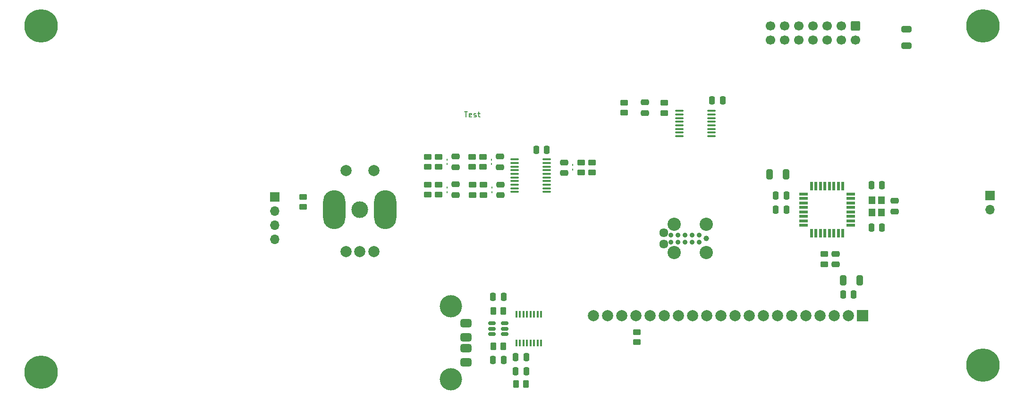
<source format=gbr>
%TF.GenerationSoftware,KiCad,Pcbnew,(6.0.7-1)-1*%
%TF.CreationDate,2022-12-08T22:36:41-08:00*%
%TF.ProjectId,Control,436f6e74-726f-46c2-9e6b-696361645f70,1.1*%
%TF.SameCoordinates,Original*%
%TF.FileFunction,Soldermask,Top*%
%TF.FilePolarity,Negative*%
%FSLAX46Y46*%
G04 Gerber Fmt 4.6, Leading zero omitted, Abs format (unit mm)*
G04 Created by KiCad (PCBNEW (6.0.7-1)-1) date 2022-12-08 22:36:41*
%MOMM*%
%LPD*%
G01*
G04 APERTURE LIST*
G04 Aperture macros list*
%AMRoundRect*
0 Rectangle with rounded corners*
0 $1 Rounding radius*
0 $2 $3 $4 $5 $6 $7 $8 $9 X,Y pos of 4 corners*
0 Add a 4 corners polygon primitive as box body*
4,1,4,$2,$3,$4,$5,$6,$7,$8,$9,$2,$3,0*
0 Add four circle primitives for the rounded corners*
1,1,$1+$1,$2,$3*
1,1,$1+$1,$4,$5*
1,1,$1+$1,$6,$7*
1,1,$1+$1,$8,$9*
0 Add four rect primitives between the rounded corners*
20,1,$1+$1,$2,$3,$4,$5,0*
20,1,$1+$1,$4,$5,$6,$7,0*
20,1,$1+$1,$6,$7,$8,$9,0*
20,1,$1+$1,$8,$9,$2,$3,0*%
G04 Aperture macros list end*
%ADD10C,0.150000*%
%ADD11RoundRect,0.250000X0.250000X0.475000X-0.250000X0.475000X-0.250000X-0.475000X0.250000X-0.475000X0*%
%ADD12RoundRect,0.250000X0.475000X-0.250000X0.475000X0.250000X-0.475000X0.250000X-0.475000X-0.250000X0*%
%ADD13RoundRect,0.250000X-0.250000X-0.475000X0.250000X-0.475000X0.250000X0.475000X-0.250000X0.475000X0*%
%ADD14RoundRect,0.250000X-0.325000X-0.650000X0.325000X-0.650000X0.325000X0.650000X-0.325000X0.650000X0*%
%ADD15RoundRect,0.250000X0.325000X0.650000X-0.325000X0.650000X-0.325000X-0.650000X0.325000X-0.650000X0*%
%ADD16C,2.374900*%
%ADD17C,0.990600*%
%ADD18RoundRect,0.457200X0.000000X0.000000X0.000000X0.000000X0.000000X0.000000X0.000000X0.000000X0*%
%ADD19C,1.612900*%
%ADD20RoundRect,0.250000X-0.600000X0.600000X-0.600000X-0.600000X0.600000X-0.600000X0.600000X0.600000X0*%
%ADD21C,1.700000*%
%ADD22RoundRect,0.250000X0.450000X-0.262500X0.450000X0.262500X-0.450000X0.262500X-0.450000X-0.262500X0*%
%ADD23R,1.700000X1.700000*%
%ADD24O,1.700000X1.700000*%
%ADD25RoundRect,0.100000X-0.637500X-0.100000X0.637500X-0.100000X0.637500X0.100000X-0.637500X0.100000X0*%
%ADD26R,1.600000X0.550000*%
%ADD27R,0.550000X1.600000*%
%ADD28R,1.200000X1.400000*%
%ADD29RoundRect,0.250000X-0.650000X0.325000X-0.650000X-0.325000X0.650000X-0.325000X0.650000X0.325000X0*%
%ADD30RoundRect,0.375000X-0.625000X0.375000X-0.625000X-0.375000X0.625000X-0.375000X0.625000X0.375000X0*%
%ADD31C,4.000000*%
%ADD32RoundRect,0.250000X-0.262500X-0.450000X0.262500X-0.450000X0.262500X0.450000X-0.262500X0.450000X0*%
%ADD33R,0.400000X1.200000*%
%ADD34RoundRect,0.150000X0.512500X0.150000X-0.512500X0.150000X-0.512500X-0.150000X0.512500X-0.150000X0*%
%ADD35C,0.800000*%
%ADD36C,6.000000*%
%ADD37RoundRect,0.250000X-0.475000X0.250000X-0.475000X-0.250000X0.475000X-0.250000X0.475000X0.250000X0*%
%ADD38RoundRect,0.250000X-0.450000X0.262500X-0.450000X-0.262500X0.450000X-0.262500X0.450000X0.262500X0*%
%ADD39R,0.250000X0.360000*%
%ADD40O,4.000000X7.000000*%
%ADD41C,3.000000*%
%ADD42C,2.000000*%
%ADD43R,2.000000X2.000000*%
G04 APERTURE END LIST*
D10*
X135595238Y-83952380D02*
X136166666Y-83952380D01*
X135880952Y-84952380D02*
X135880952Y-83952380D01*
X136880952Y-84904761D02*
X136785714Y-84952380D01*
X136595238Y-84952380D01*
X136500000Y-84904761D01*
X136452380Y-84809523D01*
X136452380Y-84428571D01*
X136500000Y-84333333D01*
X136595238Y-84285714D01*
X136785714Y-84285714D01*
X136880952Y-84333333D01*
X136928571Y-84428571D01*
X136928571Y-84523809D01*
X136452380Y-84619047D01*
X137309523Y-84904761D02*
X137404761Y-84952380D01*
X137595238Y-84952380D01*
X137690476Y-84904761D01*
X137738095Y-84809523D01*
X137738095Y-84761904D01*
X137690476Y-84666666D01*
X137595238Y-84619047D01*
X137452380Y-84619047D01*
X137357142Y-84571428D01*
X137309523Y-84476190D01*
X137309523Y-84428571D01*
X137357142Y-84333333D01*
X137452380Y-84285714D01*
X137595238Y-84285714D01*
X137690476Y-84333333D01*
X138023809Y-84285714D02*
X138404761Y-84285714D01*
X138166666Y-83952380D02*
X138166666Y-84809523D01*
X138214285Y-84904761D01*
X138309523Y-84952380D01*
X138404761Y-84952380D01*
D11*
%TO.C,C3*%
X181925000Y-81915000D03*
X180025000Y-81915000D03*
%TD*%
%TO.C,C5*%
X205420000Y-116840000D03*
X203520000Y-116840000D03*
%TD*%
D12*
%TO.C,C7*%
X212725000Y-101915000D03*
X212725000Y-100015000D03*
%TD*%
D11*
%TO.C,C8*%
X210500000Y-97155000D03*
X208600000Y-97155000D03*
%TD*%
%TO.C,C9*%
X193355000Y-101600000D03*
X191455000Y-101600000D03*
%TD*%
D13*
%TO.C,C11*%
X191455000Y-99060000D03*
X193355000Y-99060000D03*
%TD*%
D14*
%TO.C,C13*%
X203503000Y-114300000D03*
X206453000Y-114300000D03*
%TD*%
D15*
%TO.C,C14*%
X193245000Y-95250000D03*
X190295000Y-95250000D03*
%TD*%
D16*
%TO.C,ISP1*%
X173225351Y-104241351D03*
X173225351Y-109321351D03*
D17*
X178940351Y-106781351D03*
D16*
X178940351Y-104241351D03*
X178940351Y-109321351D03*
D18*
X177670351Y-106146351D03*
X176400351Y-106146351D03*
X175130351Y-106146351D03*
X173860351Y-106146351D03*
D19*
X171320351Y-105765351D03*
D18*
X172590351Y-106146351D03*
D19*
X171320351Y-107797351D03*
D18*
X172590351Y-107416351D03*
X173860351Y-107416351D03*
X175130351Y-107416351D03*
X176400351Y-107416351D03*
X177670351Y-107416351D03*
%TD*%
D20*
%TO.C,MCU1*%
X205740000Y-68580000D03*
D21*
X205740000Y-71120000D03*
X203200000Y-68580000D03*
X203200000Y-71120000D03*
X200660000Y-68580000D03*
X200660000Y-71120000D03*
X198120000Y-68580000D03*
X198120000Y-71120000D03*
X195580000Y-68580000D03*
X195580000Y-71120000D03*
X193040000Y-68580000D03*
X193040000Y-71120000D03*
X190500000Y-68580000D03*
X190500000Y-71120000D03*
%TD*%
D22*
%TO.C,R1*%
X171450000Y-84224500D03*
X171450000Y-82399500D03*
%TD*%
%TO.C,R3*%
X200152000Y-111402500D03*
X200152000Y-109577500D03*
%TD*%
D23*
%TO.C,SW2*%
X229870000Y-99060000D03*
D24*
X229870000Y-101600000D03*
%TD*%
D25*
%TO.C,U1*%
X174175500Y-83831000D03*
X174175500Y-84481000D03*
X174175500Y-85131000D03*
X174175500Y-85781000D03*
X174175500Y-86431000D03*
X174175500Y-87081000D03*
X174175500Y-87731000D03*
X174175500Y-88381000D03*
X179900500Y-88381000D03*
X179900500Y-87731000D03*
X179900500Y-87081000D03*
X179900500Y-86431000D03*
X179900500Y-85781000D03*
X179900500Y-85131000D03*
X179900500Y-84481000D03*
X179900500Y-83831000D03*
%TD*%
D26*
%TO.C,U4*%
X204910000Y-104400000D03*
X204910000Y-103600000D03*
X204910000Y-102800000D03*
X204910000Y-102000000D03*
X204910000Y-101200000D03*
X204910000Y-100400000D03*
X204910000Y-99600000D03*
X204910000Y-98800000D03*
D27*
X203460000Y-97350000D03*
X202660000Y-97350000D03*
X201860000Y-97350000D03*
X201060000Y-97350000D03*
X200260000Y-97350000D03*
X199460000Y-97350000D03*
X198660000Y-97350000D03*
X197860000Y-97350000D03*
D26*
X196410000Y-98800000D03*
X196410000Y-99600000D03*
X196410000Y-100400000D03*
X196410000Y-101200000D03*
X196410000Y-102000000D03*
X196410000Y-102800000D03*
X196410000Y-103600000D03*
X196410000Y-104400000D03*
D27*
X197860000Y-105850000D03*
X198660000Y-105850000D03*
X199460000Y-105850000D03*
X200260000Y-105850000D03*
X201060000Y-105850000D03*
X201860000Y-105850000D03*
X202660000Y-105850000D03*
X203460000Y-105850000D03*
%TD*%
D28*
%TO.C,Y1*%
X210400000Y-102065000D03*
X210400000Y-99865000D03*
X208700000Y-99865000D03*
X208700000Y-102065000D03*
%TD*%
D13*
%TO.C,C15*%
X208600000Y-104775000D03*
X210500000Y-104775000D03*
%TD*%
D29*
%TO.C,C12*%
X214884000Y-69137000D03*
X214884000Y-72087000D03*
%TD*%
D30*
%TO.C,USB1*%
X135844000Y-122013000D03*
X135844000Y-124513000D03*
X135844000Y-126513000D03*
X135844000Y-129013000D03*
D31*
X133134000Y-132083000D03*
X133134000Y-118943000D03*
%TD*%
D32*
%TO.C,R2*%
X144837500Y-132879000D03*
X146662500Y-132879000D03*
%TD*%
%TO.C,R6*%
X140773500Y-119798000D03*
X142598500Y-119798000D03*
%TD*%
D33*
%TO.C,U2*%
X149369500Y-120373000D03*
X148734500Y-120373000D03*
X148099500Y-120373000D03*
X147464500Y-120373000D03*
X146829500Y-120373000D03*
X146194500Y-120373000D03*
X145559500Y-120373000D03*
X144924500Y-120373000D03*
X144924500Y-125573000D03*
X145559500Y-125573000D03*
X146194500Y-125573000D03*
X146829500Y-125573000D03*
X147464500Y-125573000D03*
X148099500Y-125573000D03*
X148734500Y-125573000D03*
X149369500Y-125573000D03*
%TD*%
D34*
%TO.C,U5*%
X142823500Y-123923000D03*
X142823500Y-122973000D03*
X142823500Y-122023000D03*
X140548500Y-122023000D03*
X140548500Y-122973000D03*
X140548500Y-123923000D03*
%TD*%
D32*
%TO.C,R7*%
X140773500Y-126148000D03*
X142598500Y-126148000D03*
%TD*%
D11*
%TO.C,C6*%
X146700000Y-130593000D03*
X144800000Y-130593000D03*
%TD*%
%TO.C,C2*%
X142636000Y-117258000D03*
X140736000Y-117258000D03*
%TD*%
%TO.C,C4*%
X146700000Y-128053000D03*
X144800000Y-128053000D03*
%TD*%
%TO.C,C1*%
X142636000Y-128561000D03*
X140736000Y-128561000D03*
%TD*%
D35*
%TO.C,H1*%
X61940000Y-68580000D03*
X59690000Y-66330000D03*
X61280990Y-70170990D03*
X58099010Y-70170990D03*
X61280990Y-66989010D03*
D36*
X59690000Y-68580000D03*
D35*
X59690000Y-70830000D03*
X58099010Y-66989010D03*
X57440000Y-68580000D03*
%TD*%
%TO.C,H2*%
X227009010Y-70170990D03*
X230190990Y-66989010D03*
X230850000Y-68580000D03*
X228600000Y-70830000D03*
D36*
X228600000Y-68580000D03*
D35*
X227009010Y-66989010D03*
X230190990Y-70170990D03*
X226350000Y-68580000D03*
X228600000Y-66330000D03*
%TD*%
%TO.C,H3*%
X61280990Y-132400990D03*
X61940000Y-130810000D03*
X59690000Y-133060000D03*
X57440000Y-130810000D03*
X59690000Y-128560000D03*
X58099010Y-129219010D03*
X58099010Y-132400990D03*
X61280990Y-129219010D03*
D36*
X59690000Y-130810000D03*
%TD*%
D35*
%TO.C,H4*%
X230850000Y-129540000D03*
X228600000Y-127290000D03*
X230190990Y-127949010D03*
X230190990Y-131130990D03*
D36*
X228600000Y-129540000D03*
D35*
X227009010Y-127949010D03*
X228600000Y-131790000D03*
X227009010Y-131130990D03*
X226350000Y-129540000D03*
%TD*%
D37*
%TO.C,C16*%
X168000000Y-82300000D03*
X168000000Y-84200000D03*
%TD*%
D38*
%TO.C,R4*%
X164250000Y-82337500D03*
X164250000Y-84162500D03*
%TD*%
%TO.C,R5*%
X166500000Y-123587500D03*
X166500000Y-125412500D03*
%TD*%
%TO.C,R19*%
X129000000Y-92087500D03*
X129000000Y-93912500D03*
%TD*%
D22*
%TO.C,R11*%
X106680000Y-101092000D03*
X106680000Y-99267000D03*
%TD*%
D38*
%TO.C,R21*%
X137000000Y-92087500D03*
X137000000Y-93912500D03*
%TD*%
%TO.C,R18*%
X131000000Y-92087500D03*
X131000000Y-93912500D03*
%TD*%
D39*
%TO.C,D6*%
X140494000Y-93420000D03*
X140494000Y-92580000D03*
%TD*%
D13*
%TO.C,C22*%
X148495000Y-90840000D03*
X150395000Y-90840000D03*
%TD*%
D37*
%TO.C,C19*%
X134000000Y-97050000D03*
X134000000Y-98950000D03*
%TD*%
%TO.C,C18*%
X142050000Y-97100000D03*
X142050000Y-99000000D03*
%TD*%
D22*
%TO.C,R15*%
X137050000Y-98962500D03*
X137050000Y-97137500D03*
%TD*%
D39*
%TO.C,D4*%
X132500000Y-97580000D03*
X132500000Y-98420000D03*
%TD*%
D12*
%TO.C,C21*%
X142000000Y-93950000D03*
X142000000Y-92050000D03*
%TD*%
D39*
%TO.C,D2*%
X155000000Y-94420000D03*
X155000000Y-93580000D03*
%TD*%
D22*
%TO.C,R16*%
X131000000Y-98912500D03*
X131000000Y-97087500D03*
%TD*%
D25*
%TO.C,U3*%
X144607500Y-92545000D03*
X144607500Y-93195000D03*
X144607500Y-93845000D03*
X144607500Y-94495000D03*
X144607500Y-95145000D03*
X144607500Y-95795000D03*
X144607500Y-96445000D03*
X144607500Y-97095000D03*
X144607500Y-97745000D03*
X144607500Y-98395000D03*
X150332500Y-98395000D03*
X150332500Y-97745000D03*
X150332500Y-97095000D03*
X150332500Y-96445000D03*
X150332500Y-95795000D03*
X150332500Y-95145000D03*
X150332500Y-94495000D03*
X150332500Y-93845000D03*
X150332500Y-93195000D03*
X150332500Y-92545000D03*
%TD*%
D12*
%TO.C,C10*%
X153500000Y-95000000D03*
X153500000Y-93100000D03*
%TD*%
D39*
%TO.C,D5*%
X132500000Y-93420000D03*
X132500000Y-92580000D03*
%TD*%
D38*
%TO.C,R20*%
X138970000Y-92087500D03*
X138970000Y-93912500D03*
%TD*%
D23*
%TO.C,SW3*%
X101600000Y-99324000D03*
D24*
X101600000Y-101864000D03*
X101600000Y-104404000D03*
X101600000Y-106944000D03*
%TD*%
D12*
%TO.C,C20*%
X134000000Y-93950000D03*
X134000000Y-92050000D03*
%TD*%
D22*
%TO.C,R14*%
X139050000Y-98962500D03*
X139050000Y-97137500D03*
%TD*%
D37*
%TO.C,C17*%
X202184000Y-109540000D03*
X202184000Y-111440000D03*
%TD*%
D39*
%TO.C,D3*%
X140550000Y-97630000D03*
X140550000Y-98470000D03*
%TD*%
D22*
%TO.C,R17*%
X129000000Y-98912500D03*
X129000000Y-97087500D03*
%TD*%
D38*
%TO.C,R12*%
X156500000Y-93087500D03*
X156500000Y-94912500D03*
%TD*%
%TO.C,R13*%
X158500000Y-93087500D03*
X158500000Y-94912500D03*
%TD*%
D40*
%TO.C,SW1*%
X121390000Y-101600000D03*
D41*
X116840000Y-101600000D03*
D40*
X112290000Y-101600000D03*
D42*
X119340000Y-109100000D03*
X114340000Y-109100000D03*
X116840000Y-109100000D03*
X119340000Y-94600000D03*
X114340000Y-94600000D03*
%TD*%
D43*
%TO.C,DISP1*%
X207010000Y-120650000D03*
D42*
X204470000Y-120650000D03*
X201930000Y-120650000D03*
X199390000Y-120650000D03*
X196850000Y-120650000D03*
X194310000Y-120650000D03*
X191770000Y-120650000D03*
X189230000Y-120650000D03*
X186690000Y-120650000D03*
X184150000Y-120650000D03*
X181610000Y-120650000D03*
X179070000Y-120650000D03*
X176530000Y-120650000D03*
X173990000Y-120650000D03*
X171450000Y-120650000D03*
X168910000Y-120650000D03*
X166370000Y-120650000D03*
X163830000Y-120650000D03*
X161290000Y-120650000D03*
X158750000Y-120650000D03*
%TD*%
M02*

</source>
